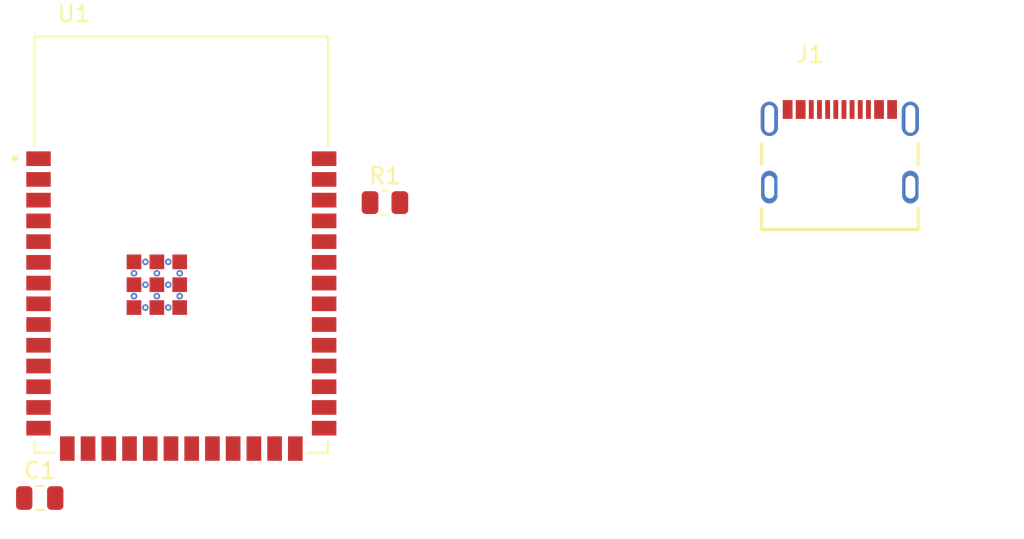
<source format=kicad_pcb>
(kicad_pcb (version 20211014) (generator pcbnew)
  (layers (0 "F.Cu" signal) (31 "B.Cu" signal) (34 "B.Paste" user) (35 "F.Paste" user) (36 "B.SilkS" user "B.Silkscreen") (37 "F.SilkS" user "F.Silkscreen") (38 "B.Mask" user) (39 "F.Mask" user) (44 "Edge.Cuts" user))
  (net 0 "")
  (net 1 "EN")
  (net 2 "GND")
  (net 3 "Net-(J1-PadA1_B12)")
  (net 4 "Net-(J1-PadA4_B9)")
  (net 13 "Net-(J1-PadS1)")
  (net 14 "+3.3V")
  (net 24 "D-")
  (net 25 "D+")
  (net 38 "IO0")
  (net 47 "RX0")
  (net 48 "TX0")
  (footprint "Capacitor_SMD:C_0805_2012Metric" (layer "F.Cu") (at 120.142 95.504)
    (fp_text reference "C1" (at 0 -1.68) (layer "F.SilkS"))
    (fp_text value "470nF")
    (fp_line (start -0.261252 -0.735) (end 0.261252 -0.735) (layer "F.SilkS") (width 0.12))
    (fp_line (start -0.261252 0.735) (end 0.261252 0.735) (layer "F.SilkS") (width 0.12))
    (pad "1" smd roundrect (at -0.95 0) (size 1 1.45) (layers "F.Cu" "F.Paste" "F.Mask") (net 1 "EN"))
    (pad "2" smd roundrect (at 0.95 0) (size 1 1.45) (layers "F.Cu" "F.Paste" "F.Mask") (net 2 "GND"))
  )
  (footprint "Resistor_SMD:R_0805_2012Metric" (layer "F.Cu") (at 141.292 77.404)
    (fp_text reference "R1" (at 0 -1.65) (layer "F.SilkS"))
    (fp_text value "10k")
    (fp_line (start -0.227064 -0.735) (end 0.227064 -0.735) (layer "F.SilkS") (width 0.12))
    (fp_line (start -0.227064 0.735) (end 0.227064 0.735) (layer "F.SilkS") (width 0.12))
    (pad "1" smd roundrect (at -0.9125 0) (size 1.025 1.4) (layers "F.Cu" "F.Paste" "F.Mask") (roundrect_rratio 0.243902) (net 14 "+3.3V"))
    (pad "2" smd roundrect (at 0.9125 0) (size 1.025 1.4) (layers "F.Cu" "F.Paste" "F.Mask") (roundrect_rratio 0.243902) (net 1 "EN"))
  )
  (footprint "esp32S3:XCVR_ESP32-S3-WROOM-1-N16R2" (layer "F.Cu") (at 128.817 79.974)
    (fp_text reference "U1" (at -6.575 -14.135) (layer "F.SilkS"))
    (fp_text value "ESP32-S3-WROOM-1-N16R2")
    (fp_line (start -9 -12.75) (end 9 -12.75) (layer "F.SilkS") (width 0.127))
    (fp_line (start -9 12.75) (end -7.755 12.75) (layer "F.SilkS") (width 0.127))
    (fp_line (start 9 -12.75) (end 9 -6.03) (layer "F.SilkS") (width 0.127))
    (fp_line (start 9 12.75) (end 7.755 12.75) (layer "F.SilkS") (width 0.127))
    (fp_line (start -9 -6.03) (end -9 -12.75) (layer "F.SilkS") (width 0.127))
    (fp_line (start -9 12.02) (end -9 12.75) (layer "F.SilkS") (width 0.127))
    (fp_line (start 9 12.02) (end 9 12.75) (layer "F.SilkS") (width 0.127))
    (fp_circle (center -10.2 -5.26) (end -10.1 -5.26) (layer "F.SilkS") (width 0.2) (fill none))
    (pad "1" smd rect (at -8.75 -5.26) (size 1.5 0.9) (layers "F.Cu" "F.Paste" "F.Mask") (net 2 "GND"))
    (pad "2" smd rect (at -8.75 -3.99) (size 1.5 0.9) (layers "F.Cu" "F.Paste" "F.Mask") (net 14 "+3.3V"))
    (pad "3" smd rect (at -8.75 -2.72) (size 1.5 0.9) (layers "F.Cu" "F.Paste" "F.Mask") (net 1 "EN"))
    (pad "4" smd rect (at -8.75 -1.45) (size 1.5 0.9) (layers "F.Cu" "F.Paste" "F.Mask"))
    (pad "5" smd rect (at -8.75 -0.18) (size 1.5 0.9) (layers "F.Cu" "F.Paste" "F.Mask"))
    (pad "6" smd rect (at -8.75 1.09) (size 1.5 0.9) (layers "F.Cu" "F.Paste" "F.Mask"))
    (pad "7" smd rect (at -8.75 2.36) (size 1.5 0.9) (layers "F.Cu" "F.Paste" "F.Mask"))
    (pad "8" smd rect (at -8.75 3.63) (size 1.5 0.9) (layers "F.Cu" "F.Paste" "F.Mask"))
    (pad "9" smd rect (at -8.75 4.9) (size 1.5 0.9) (layers "F.Cu" "F.Paste" "F.Mask"))
    (pad "10" smd rect (at -8.75 6.17) (size 1.5 0.9) (layers "F.Cu" "F.Paste" "F.Mask"))
    (pad "11" smd rect (at -8.75 7.44) (size 1.5 0.9) (layers "F.Cu" "F.Paste" "F.Mask"))
    (pad "12" smd rect (at -8.75 8.71) (size 1.5 0.9) (layers "F.Cu" "F.Paste" "F.Mask"))
    (pad "13" smd rect (at -8.75 9.98) (size 1.5 0.9) (layers "F.Cu" "F.Paste" "F.Mask") (net 24 "D-"))
    (pad "14" smd rect (at -8.75 11.25) (size 1.5 0.9) (layers "F.Cu" "F.Paste" "F.Mask") (net 25 "D+"))
    (pad "15" smd rect (at -6.985 12.5) (size 0.9 1.5) (layers "F.Cu" "F.Paste" "F.Mask"))
    (pad "16" smd rect (at -5.715 12.5) (size 0.9 1.5) (layers "F.Cu" "F.Paste" "F.Mask"))
    (pad "17" smd rect (at -4.445 12.5) (size 0.9 1.5) (layers "F.Cu" "F.Paste" "F.Mask"))
    (pad "18" smd rect (at -3.175 12.5) (size 0.9 1.5) (layers "F.Cu" "F.Paste" "F.Mask"))
    (pad "19" smd rect (at -1.905 12.5) (size 0.9 1.5) (layers "F.Cu" "F.Paste" "F.Mask"))
    (pad "20" smd rect (at -0.635 12.5) (size 0.9 1.5) (layers "F.Cu" "F.Paste" "F.Mask"))
    (pad "21" smd rect (at 0.635 12.5) (size 0.9 1.5) (layers "F.Cu" "F.Paste" "F.Mask"))
    (pad "22" smd rect (at 1.905 12.5) (size 0.9 1.5) (layers "F.Cu" "F.Paste" "F.Mask"))
    (pad "23" smd rect (at 3.175 12.5) (size 0.9 1.5) (layers "F.Cu" "F.Paste" "F.Mask"))
    (pad "24" smd rect (at 4.445 12.5) (size 0.9 1.5) (layers "F.Cu" "F.Paste" "F.Mask"))
    (pad "25" smd rect (at 5.715 12.5) (size 0.9 1.5) (layers "F.Cu" "F.Paste" "F.Mask"))
    (pad "26" smd rect (at 6.985 12.5) (size 0.9 1.5) (layers "F.Cu" "F.Paste" "F.Mask"))
    (pad "27" smd rect (at 8.75 11.25) (size 1.5 0.9) (layers "F.Cu" "F.Paste" "F.Mask") (net 38 "IO0"))
    (pad "28" smd rect (at 8.75 9.98) (size 1.5 0.9) (layers "F.Cu" "F.Paste" "F.Mask"))
    (pad "29" smd rect (at 8.75 8.71) (size 1.5 0.9) (layers "F.Cu" "F.Paste" "F.Mask"))
    (pad "30" smd rect (at 8.75 7.44) (size 1.5 0.9) (layers "F.Cu" "F.Paste" "F.Mask"))
    (pad "31" smd rect (at 8.75 6.17) (size 1.5 0.9) (layers "F.Cu" "F.Paste" "F.Mask"))
    (pad "32" smd rect (at 8.75 4.9) (size 1.5 0.9) (layers "F.Cu" "F.Paste" "F.Mask"))
    (pad "33" smd rect (at 8.75 3.63) (size 1.5 0.9) (layers "F.Cu" "F.Paste" "F.Mask"))
    (pad "34" smd rect (at 8.75 2.36) (size 1.5 0.9) (layers "F.Cu" "F.Paste" "F.Mask"))
    (pad "35" smd rect (at 8.75 1.09) (size 1.5 0.9) (layers "F.Cu" "F.Paste" "F.Mask"))
    (pad "36" smd rect (at 8.75 -0.18) (size 1.5 0.9) (layers "F.Cu" "F.Paste" "F.Mask") (net 47 "RX0"))
    (pad "37" smd rect (at 8.75 -1.45) (size 1.5 0.9) (layers "F.Cu" "F.Paste" "F.Mask") (net 48 "TX0"))
    (pad "38" smd rect (at 8.75 -2.72) (size 1.5 0.9) (layers "F.Cu" "F.Paste" "F.Mask"))
    (pad "39" smd rect (at 8.75 -3.99) (size 1.5 0.9) (layers "F.Cu" "F.Paste" "F.Mask"))
    (pad "40" smd rect (at 8.75 -5.26) (size 1.5 0.9) (layers "F.Cu" "F.Paste" "F.Mask") (net 2 "GND"))
    (pad "41_1" smd rect (at -1.5 2.46) (size 0.9 0.9) (layers "F.Cu" "F.Paste" "F.Mask") (net 2 "GND"))
    (pad "41_2" smd rect (at -2.9 2.46) (size 0.9 0.9) (layers "F.Cu" "F.Paste" "F.Mask") (net 2 "GND"))
    (pad "41_3" smd rect (at -0.1 2.46) (size 0.9 0.9) (layers "F.Cu" "F.Paste" "F.Mask") (net 2 "GND"))
    (pad "41_4" smd rect (at -2.9 3.86) (size 0.9 0.9) (layers "F.Cu" "F.Paste" "F.Mask") (net 2 "GND"))
    (pad "41_5" smd rect (at -1.5 3.86) (size 0.9 0.9) (layers "F.Cu" "F.Paste" "F.Mask") (net 2 "GND"))
    (pad "41_6" smd rect (at -0.1 3.86) (size 0.9 0.9) (layers "F.Cu" "F.Paste" "F.Mask") (net 2 "GND"))
    (pad "41_7" smd rect (at -2.9 1.06) (size 0.9 0.9) (layers "F.Cu" "F.Paste" "F.Mask") (net 2 "GND"))
    (pad "41_8" smd rect (at -1.5 1.06) (size 0.9 0.9) (layers "F.Cu" "F.Paste" "F.Mask") (net 2 "GND"))
    (pad "41_9" smd rect (at -0.1 1.06) (size 0.9 0.9) (layers "F.Cu" "F.Paste" "F.Mask") (net 2 "GND"))
    (pad "41_10" thru_hole circle (at -1.5 1.76) (size 0.4 0.4) (drill 0.2) (layers *.Cu))
    (pad "41_11" thru_hole circle (at -2.9 1.76) (size 0.4 0.4) (drill 0.2) (layers *.Cu))
    (pad "41_12" thru_hole circle (at -0.1 1.76) (size 0.4 0.4) (drill 0.2) (layers *.Cu))
    (pad "41_13" thru_hole circle (at -2.9 3.16) (size 0.4 0.4) (drill 0.2) (layers *.Cu))
    (pad "41_14" thru_hole circle (at -1.5 3.16) (size 0.4 0.4) (drill 0.2) (layers *.Cu))
    (pad "41_15" thru_hole circle (at -0.1 3.16) (size 0.4 0.4) (drill 0.2) (layers *.Cu))
    (pad "41_16" thru_hole circle (at -2.2 1.06) (size 0.4 0.4) (drill 0.2) (layers *.Cu))
    (pad "41_17" thru_hole circle (at -0.8 1.06) (size 0.4 0.4) (drill 0.2) (layers *.Cu))
    (pad "41_18" thru_hole circle (at -2.2 2.46) (size 0.4 0.4) (drill 0.2) (layers *.Cu))
    (pad "41_19" thru_hole circle (at -0.8 2.46) (size 0.4 0.4) (drill 0.2) (layers *.Cu))
    (pad "41_20" thru_hole circle (at -2.2 3.86) (size 0.4 0.4) (drill 0.2) (layers *.Cu))
    (pad "41_21" thru_hole circle (at -0.8 3.86) (size 0.4 0.4) (drill 0.2) (layers *.Cu))
  )
  (footprint "USB-C better:GCT_USB4105-GF-A" (layer "F.Cu") (at 169.164 76.454)
    (fp_text reference "J1" (at -1.825 -8.135) (layer "F.SilkS"))
    (fp_text value "USB4105-GF-A")
    (fp_line (start -4.79 1.32) (end -4.79 2.6) (layer "F.SilkS") (width 0.2))
    (fp_line (start 4.79 2.6) (end 4.79 1.32) (layer "F.SilkS") (width 0.2))
    (fp_line (start -4.79 -2.65) (end -4.79 -1.4) (layer "F.SilkS") (width 0.2))
    (fp_line (start -4.79 2.6) (end 4.79 2.6) (layer "F.SilkS") (width 0.2))
    (fp_line (start 4.79 -2.65) (end 4.79 -1.4) (layer "F.SilkS") (width 0.2))
    (pad "" np_thru_hole circle (at -2.89 -3.68) (size 0.65 0.65) (drill 0.65) (layers *.Cu *.Mask))
    (pad "" np_thru_hole circle (at 2.89 -3.68) (size 0.65 0.65) (drill 0.65) (layers *.Cu *.Mask))
    (pad "A1_B12" smd rect (at -3.2 -4.755) (size 0.6 1.15) (layers "F.Cu" "F.Paste" "F.Mask") (net 3 "Net-(J1-PadA1_B12)"))
    (pad "A4_B9" smd rect (at -2.4 -4.755) (size 0.6 1.15) (layers "F.Cu" "F.Paste" "F.Mask") (net 4 "Net-(J1-PadA4_B9)"))
    (pad "A5" smd rect (at -1.25 -4.755) (size 0.3 1.15) (layers "F.Cu" "F.Paste" "F.Mask"))
    (pad "A6" smd rect (at -0.25 -4.755) (size 0.3 1.15) (layers "F.Cu" "F.Paste" "F.Mask"))
    (pad "A7" smd rect (at 0.25 -4.755) (size 0.3 1.15) (layers "F.Cu" "F.Paste" "F.Mask"))
    (pad "A8" smd rect (at 1.25 -4.755) (size 0.3 1.15) (layers "F.Cu" "F.Paste" "F.Mask"))
    (pad "B1_A12" smd rect (at 3.2 -4.755) (size 0.6 1.15) (layers "F.Cu" "F.Paste" "F.Mask") (net 3 "Net-(J1-PadA1_B12)"))
    (pad "B4_A9" smd rect (at 2.4 -4.755) (size 0.6 1.15) (layers "F.Cu" "F.Paste" "F.Mask") (net 4 "Net-(J1-PadA4_B9)"))
    (pad "B5" smd rect (at 1.75 -4.755) (size 0.3 1.15) (layers "F.Cu" "F.Paste" "F.Mask"))
    (pad "B6" smd rect (at 0.75 -4.755) (size 0.3 1.15) (layers "F.Cu" "F.Paste" "F.Mask"))
    (pad "B7" smd rect (at -0.75 -4.755) (size 0.3 1.15) (layers "F.Cu" "F.Paste" "F.Mask"))
    (pad "B8" smd rect (at -1.75 -4.755) (size 0.3 1.15) (layers "F.Cu" "F.Paste" "F.Mask"))
    (pad "S1" thru_hole oval (at -4.32 -4.18) (size 1.05 2.1) (drill oval 0.6 1.7) (layers *.Cu *.Mask) (net 13 "Net-(J1-PadS1)"))
    (pad "S2" thru_hole oval (at -4.32 0) (size 1 2) (drill oval 0.6 1.4) (layers *.Cu *.Mask) (net 13 "Net-(J1-PadS1)"))
    (pad "S3" thru_hole oval (at 4.32 0) (size 1 2) (drill oval 0.6 1.4) (layers *.Cu *.Mask) (net 13 "Net-(J1-PadS1)"))
    (pad "S4" thru_hole oval (at 4.32 -4.18) (size 1.05 2.1) (drill oval 0.6 1.7) (layers *.Cu *.Mask) (net 13 "Net-(J1-PadS1)"))
  )
)
</source>
